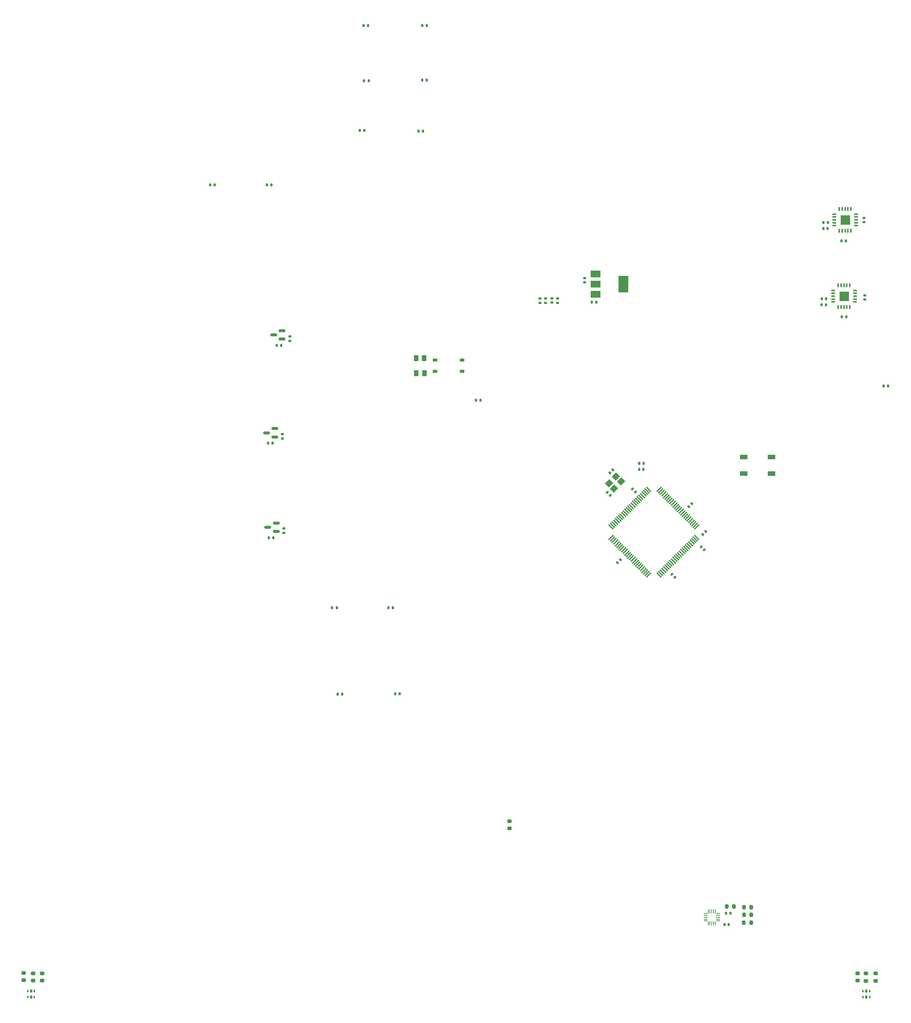
<source format=gbr>
%TF.GenerationSoftware,KiCad,Pcbnew,(6.0.0)*%
%TF.CreationDate,2022-02-01T18:10:23+03:00*%
%TF.ProjectId,Steel_form_Dish_washer,53746565-6c5f-4666-9f72-6d5f44697368,rev?*%
%TF.SameCoordinates,Original*%
%TF.FileFunction,Paste,Top*%
%TF.FilePolarity,Positive*%
%FSLAX46Y46*%
G04 Gerber Fmt 4.6, Leading zero omitted, Abs format (unit mm)*
G04 Created by KiCad (PCBNEW (6.0.0)) date 2022-02-01 18:10:23*
%MOMM*%
%LPD*%
G01*
G04 APERTURE LIST*
G04 Aperture macros list*
%AMRoundRect*
0 Rectangle with rounded corners*
0 $1 Rounding radius*
0 $2 $3 $4 $5 $6 $7 $8 $9 X,Y pos of 4 corners*
0 Add a 4 corners polygon primitive as box body*
4,1,4,$2,$3,$4,$5,$6,$7,$8,$9,$2,$3,0*
0 Add four circle primitives for the rounded corners*
1,1,$1+$1,$2,$3*
1,1,$1+$1,$4,$5*
1,1,$1+$1,$6,$7*
1,1,$1+$1,$8,$9*
0 Add four rect primitives between the rounded corners*
20,1,$1+$1,$2,$3,$4,$5,0*
20,1,$1+$1,$4,$5,$6,$7,0*
20,1,$1+$1,$6,$7,$8,$9,0*
20,1,$1+$1,$8,$9,$2,$3,0*%
%AMRotRect*
0 Rectangle, with rotation*
0 The origin of the aperture is its center*
0 $1 length*
0 $2 width*
0 $3 Rotation angle, in degrees counterclockwise*
0 Add horizontal line*
21,1,$1,$2,0,0,$3*%
%AMFreePoly0*
4,1,14,0.088284,0.450784,0.100000,0.422500,0.100000,-0.422500,0.088284,-0.450784,0.060000,-0.462500,0.036569,-0.462500,0.008285,-0.450784,-0.088284,-0.354215,-0.100000,-0.325931,-0.100000,0.422500,-0.088284,0.450784,-0.060000,0.462500,0.060000,0.462500,0.088284,0.450784,0.088284,0.450784,$1*%
%AMFreePoly1*
4,1,14,0.088284,0.450784,0.100000,0.422500,0.100000,-0.325931,0.088284,-0.354215,-0.008285,-0.450784,-0.036569,-0.462500,-0.060000,-0.462500,-0.088284,-0.450784,-0.100000,-0.422500,-0.100000,0.422500,-0.088284,0.450784,-0.060000,0.462500,0.060000,0.462500,0.088284,0.450784,0.088284,0.450784,$1*%
%AMFreePoly2*
4,1,14,0.450784,0.088284,0.462500,0.060000,0.462500,-0.060000,0.450784,-0.088284,0.422500,-0.100000,-0.422500,-0.100000,-0.450784,-0.088284,-0.462500,-0.060000,-0.462500,-0.036569,-0.450784,-0.008285,-0.354215,0.088284,-0.325931,0.100000,0.422500,0.100000,0.450784,0.088284,0.450784,0.088284,$1*%
%AMFreePoly3*
4,1,14,0.450784,0.088284,0.462500,0.060000,0.462500,-0.060000,0.450784,-0.088284,0.422500,-0.100000,-0.325931,-0.100000,-0.354215,-0.088284,-0.450784,0.008285,-0.462500,0.036569,-0.462500,0.060000,-0.450784,0.088284,-0.422500,0.100000,0.422500,0.100000,0.450784,0.088284,0.450784,0.088284,$1*%
%AMFreePoly4*
4,1,14,-0.008285,0.450784,0.088284,0.354215,0.100000,0.325931,0.100000,-0.422500,0.088284,-0.450784,0.060000,-0.462500,-0.060000,-0.462500,-0.088284,-0.450784,-0.100000,-0.422500,-0.100000,0.422500,-0.088284,0.450784,-0.060000,0.462500,-0.036569,0.462500,-0.008285,0.450784,-0.008285,0.450784,$1*%
%AMFreePoly5*
4,1,14,0.088284,0.450784,0.100000,0.422500,0.100000,-0.422500,0.088284,-0.450784,0.060000,-0.462500,-0.060000,-0.462500,-0.088284,-0.450784,-0.100000,-0.422500,-0.100000,0.325931,-0.088284,0.354215,0.008285,0.450784,0.036569,0.462500,0.060000,0.462500,0.088284,0.450784,0.088284,0.450784,$1*%
%AMFreePoly6*
4,1,14,0.450784,0.088284,0.462500,0.060000,0.462500,0.036569,0.450784,0.008285,0.354215,-0.088284,0.325931,-0.100000,-0.422500,-0.100000,-0.450784,-0.088284,-0.462500,-0.060000,-0.462500,0.060000,-0.450784,0.088284,-0.422500,0.100000,0.422500,0.100000,0.450784,0.088284,0.450784,0.088284,$1*%
%AMFreePoly7*
4,1,14,0.354215,0.088284,0.450784,-0.008285,0.462500,-0.036569,0.462500,-0.060000,0.450784,-0.088284,0.422500,-0.100000,-0.422500,-0.100000,-0.450784,-0.088284,-0.462500,-0.060000,-0.462500,0.060000,-0.450784,0.088284,-0.422500,0.100000,0.325931,0.100000,0.354215,0.088284,0.354215,0.088284,$1*%
G04 Aperture macros list end*
%ADD10C,0.010000*%
%ADD11R,0.400000X0.600000*%
%ADD12R,0.500000X0.700000*%
%ADD13R,2.200000X1.500000*%
%ADD14R,2.200000X3.800000*%
%ADD15RoundRect,0.135000X-0.135000X-0.185000X0.135000X-0.185000X0.135000X0.185000X-0.135000X0.185000X0*%
%ADD16RoundRect,0.135000X0.135000X0.185000X-0.135000X0.185000X-0.135000X-0.185000X0.135000X-0.185000X0*%
%ADD17RoundRect,0.135000X0.185000X-0.135000X0.185000X0.135000X-0.185000X0.135000X-0.185000X-0.135000X0*%
%ADD18RoundRect,0.150000X0.587500X0.150000X-0.587500X0.150000X-0.587500X-0.150000X0.587500X-0.150000X0*%
%ADD19RoundRect,0.140000X0.170000X-0.140000X0.170000X0.140000X-0.170000X0.140000X-0.170000X-0.140000X0*%
%ADD20RoundRect,0.140000X0.140000X0.170000X-0.140000X0.170000X-0.140000X-0.170000X0.140000X-0.170000X0*%
%ADD21RoundRect,0.140000X-0.219203X-0.021213X-0.021213X-0.219203X0.219203X0.021213X0.021213X0.219203X0*%
%ADD22RoundRect,0.200000X-0.275000X0.200000X-0.275000X-0.200000X0.275000X-0.200000X0.275000X0.200000X0*%
%ADD23RoundRect,0.140000X0.021213X-0.219203X0.219203X-0.021213X-0.021213X0.219203X-0.219203X0.021213X0*%
%ADD24RoundRect,0.140000X-0.140000X-0.170000X0.140000X-0.170000X0.140000X0.170000X-0.140000X0.170000X0*%
%ADD25RoundRect,0.250000X-0.262500X-0.450000X0.262500X-0.450000X0.262500X0.450000X-0.262500X0.450000X0*%
%ADD26RoundRect,0.200000X-0.200000X-0.275000X0.200000X-0.275000X0.200000X0.275000X-0.200000X0.275000X0*%
%ADD27RoundRect,0.075000X0.415425X0.521491X-0.521491X-0.415425X-0.415425X-0.521491X0.521491X0.415425X0*%
%ADD28RoundRect,0.075000X-0.415425X0.521491X-0.521491X0.415425X0.415425X-0.521491X0.521491X-0.415425X0*%
%ADD29RoundRect,0.200000X0.200000X0.275000X-0.200000X0.275000X-0.200000X-0.275000X0.200000X-0.275000X0*%
%ADD30R,1.000000X0.800000*%
%ADD31RoundRect,0.140000X-0.021213X0.219203X-0.219203X0.021213X0.021213X-0.219203X0.219203X-0.021213X0*%
%ADD32RoundRect,0.140000X0.219203X0.021213X0.021213X0.219203X-0.219203X-0.021213X-0.021213X-0.219203X0*%
%ADD33RoundRect,0.012800X0.147200X-0.407200X0.147200X0.407200X-0.147200X0.407200X-0.147200X-0.407200X0*%
%ADD34RoundRect,0.012800X0.407200X-0.147200X0.407200X0.147200X-0.407200X0.147200X-0.407200X-0.147200X0*%
%ADD35R,1.800000X1.100000*%
%ADD36RotRect,1.400000X1.200000X225.000000*%
%ADD37FreePoly0,180.000000*%
%ADD38RoundRect,0.050000X0.050000X0.412500X-0.050000X0.412500X-0.050000X-0.412500X0.050000X-0.412500X0*%
%ADD39FreePoly1,180.000000*%
%ADD40FreePoly2,180.000000*%
%ADD41RoundRect,0.050000X0.412500X0.050000X-0.412500X0.050000X-0.412500X-0.050000X0.412500X-0.050000X0*%
%ADD42FreePoly3,180.000000*%
%ADD43FreePoly4,180.000000*%
%ADD44FreePoly5,180.000000*%
%ADD45FreePoly6,180.000000*%
%ADD46FreePoly7,180.000000*%
G04 APERTURE END LIST*
D10*
%TO.C,U3*%
X247020000Y-140565000D02*
X247020000Y-138505000D01*
X247020000Y-138505000D02*
X249080000Y-138505000D01*
X249080000Y-138505000D02*
X249080000Y-140565000D01*
X249080000Y-140565000D02*
X247020000Y-140565000D01*
G36*
X249080000Y-140565000D02*
G01*
X247020000Y-140565000D01*
X247020000Y-138505000D01*
X249080000Y-138505000D01*
X249080000Y-140565000D01*
G37*
X249080000Y-140565000D02*
X247020000Y-140565000D01*
X247020000Y-138505000D01*
X249080000Y-138505000D01*
X249080000Y-140565000D01*
%TO.C,U4*%
X246770000Y-157765000D02*
X246770000Y-155705000D01*
X246770000Y-155705000D02*
X248830000Y-155705000D01*
X248830000Y-155705000D02*
X248830000Y-157765000D01*
X248830000Y-157765000D02*
X246770000Y-157765000D01*
G36*
X248830000Y-157765000D02*
G01*
X246770000Y-157765000D01*
X246770000Y-155705000D01*
X248830000Y-155705000D01*
X248830000Y-157765000D01*
G37*
X248830000Y-157765000D02*
X246770000Y-157765000D01*
X246770000Y-155705000D01*
X248830000Y-155705000D01*
X248830000Y-157765000D01*
%TD*%
D11*
%TO.C,U17*%
X64035000Y-313280000D03*
X64035000Y-314630000D03*
D12*
X64760000Y-313280000D03*
X64760000Y-314630000D03*
D11*
X65485000Y-313280000D03*
X65485000Y-314630000D03*
%TD*%
%TO.C,U16*%
X252085000Y-313280000D03*
X252085000Y-314630000D03*
D12*
X252810000Y-313280000D03*
X252810000Y-314630000D03*
D11*
X253535000Y-313280000D03*
X253535000Y-314630000D03*
%TD*%
D13*
%TO.C,U2*%
X191850000Y-156300000D03*
X191850000Y-154000000D03*
X191850000Y-151700000D03*
D14*
X198150000Y-154000000D03*
%TD*%
D15*
%TO.C,R35*%
X132540000Y-226950000D03*
X133560000Y-226950000D03*
%TD*%
%TO.C,R34*%
X133790000Y-246350000D03*
X134810000Y-246350000D03*
%TD*%
%TO.C,R33*%
X145190000Y-226950000D03*
X146210000Y-226950000D03*
%TD*%
%TO.C,R32*%
X146740000Y-246300000D03*
X147760000Y-246300000D03*
%TD*%
%TO.C,R31*%
X138740000Y-119350000D03*
X139760000Y-119350000D03*
%TD*%
%TO.C,R30*%
X139740000Y-108220000D03*
X140760000Y-108220000D03*
%TD*%
%TO.C,R29*%
X105090000Y-131700000D03*
X106110000Y-131700000D03*
%TD*%
%TO.C,R28*%
X139630000Y-95800000D03*
X140650000Y-95800000D03*
%TD*%
%TO.C,R27*%
X117890000Y-131700000D03*
X118910000Y-131700000D03*
%TD*%
%TO.C,R26*%
X151950000Y-119550000D03*
X152970000Y-119550000D03*
%TD*%
%TO.C,R25*%
X152830000Y-108070000D03*
X153850000Y-108070000D03*
%TD*%
%TO.C,R24*%
X152800000Y-95800000D03*
X153820000Y-95800000D03*
%TD*%
D16*
%TO.C,R23*%
X120067500Y-167800000D03*
X121087500Y-167800000D03*
%TD*%
%TO.C,R22*%
X118130000Y-189800000D03*
X119150000Y-189800000D03*
%TD*%
%TO.C,R21*%
X119310000Y-211190000D03*
X118290000Y-211190000D03*
%TD*%
D17*
%TO.C,R20*%
X123037500Y-165740000D03*
X123037500Y-166760000D03*
%TD*%
%TO.C,R19*%
X121350000Y-187790000D03*
X121350000Y-188810000D03*
%TD*%
%TO.C,R18*%
X121650000Y-210060000D03*
X121650000Y-209040000D03*
%TD*%
D18*
%TO.C,Q5*%
X119400000Y-165450000D03*
X121275000Y-164500000D03*
X121275000Y-166400000D03*
%TD*%
%TO.C,Q4*%
X117762500Y-187500000D03*
X119637500Y-186550000D03*
X119637500Y-188450000D03*
%TD*%
%TO.C,Q3*%
X119937500Y-209740000D03*
X119937500Y-207840000D03*
X118062500Y-208790000D03*
%TD*%
D19*
%TO.C,C21*%
X183300000Y-158230000D03*
X183300000Y-157270000D03*
%TD*%
D20*
%TO.C,C14*%
X244160000Y-140150000D03*
X243200000Y-140150000D03*
%TD*%
D19*
%TO.C,C13*%
X189400000Y-153580000D03*
X189400000Y-152620000D03*
%TD*%
D21*
%TO.C,C9*%
X209010589Y-219410589D03*
X209689411Y-220089411D03*
%TD*%
%TO.C,C3*%
X215610589Y-213210589D03*
X216289411Y-213889411D03*
%TD*%
D15*
%TO.C,R4*%
X256690000Y-177000000D03*
X257710000Y-177000000D03*
%TD*%
D22*
%TO.C,R11*%
X65200000Y-309250000D03*
X65200000Y-310900000D03*
%TD*%
D23*
%TO.C,C5*%
X216010589Y-210389411D03*
X216689411Y-209710589D03*
%TD*%
D24*
%TO.C,C22*%
X221265000Y-295750000D03*
X222225000Y-295750000D03*
%TD*%
D25*
%TO.C,R36*%
X151477500Y-174100000D03*
X153302500Y-174100000D03*
%TD*%
D26*
%TO.C,R14*%
X221375000Y-294250000D03*
X223025000Y-294250000D03*
%TD*%
D27*
%TO.C,U1*%
X214653925Y-208717767D03*
X214300372Y-208364214D03*
X213946819Y-208010660D03*
X213593265Y-207657107D03*
X213239712Y-207303553D03*
X212886158Y-206950000D03*
X212532605Y-206596447D03*
X212179052Y-206242893D03*
X211825498Y-205889340D03*
X211471945Y-205535786D03*
X211118391Y-205182233D03*
X210764838Y-204828680D03*
X210411285Y-204475126D03*
X210057731Y-204121573D03*
X209704178Y-203768020D03*
X209350625Y-203414466D03*
X208997071Y-203060913D03*
X208643518Y-202707359D03*
X208289964Y-202353806D03*
X207936411Y-202000253D03*
X207582858Y-201646699D03*
X207229304Y-201293146D03*
X206875751Y-200939592D03*
X206522197Y-200586039D03*
X206168644Y-200232486D03*
D28*
X203817514Y-200232486D03*
X203463961Y-200586039D03*
X203110407Y-200939592D03*
X202756854Y-201293146D03*
X202403300Y-201646699D03*
X202049747Y-202000253D03*
X201696194Y-202353806D03*
X201342640Y-202707359D03*
X200989087Y-203060913D03*
X200635533Y-203414466D03*
X200281980Y-203768020D03*
X199928427Y-204121573D03*
X199574873Y-204475126D03*
X199221320Y-204828680D03*
X198867767Y-205182233D03*
X198514213Y-205535786D03*
X198160660Y-205889340D03*
X197807106Y-206242893D03*
X197453553Y-206596447D03*
X197100000Y-206950000D03*
X196746446Y-207303553D03*
X196392893Y-207657107D03*
X196039339Y-208010660D03*
X195685786Y-208364214D03*
X195332233Y-208717767D03*
D27*
X195332233Y-211068897D03*
X195685786Y-211422450D03*
X196039339Y-211776004D03*
X196392893Y-212129557D03*
X196746446Y-212483111D03*
X197100000Y-212836664D03*
X197453553Y-213190217D03*
X197807106Y-213543771D03*
X198160660Y-213897324D03*
X198514213Y-214250878D03*
X198867767Y-214604431D03*
X199221320Y-214957984D03*
X199574873Y-215311538D03*
X199928427Y-215665091D03*
X200281980Y-216018644D03*
X200635533Y-216372198D03*
X200989087Y-216725751D03*
X201342640Y-217079305D03*
X201696194Y-217432858D03*
X202049747Y-217786411D03*
X202403300Y-218139965D03*
X202756854Y-218493518D03*
X203110407Y-218847072D03*
X203463961Y-219200625D03*
X203817514Y-219554178D03*
D28*
X206168644Y-219554178D03*
X206522197Y-219200625D03*
X206875751Y-218847072D03*
X207229304Y-218493518D03*
X207582858Y-218139965D03*
X207936411Y-217786411D03*
X208289964Y-217432858D03*
X208643518Y-217079305D03*
X208997071Y-216725751D03*
X209350625Y-216372198D03*
X209704178Y-216018644D03*
X210057731Y-215665091D03*
X210411285Y-215311538D03*
X210764838Y-214957984D03*
X211118391Y-214604431D03*
X211471945Y-214250878D03*
X211825498Y-213897324D03*
X212179052Y-213543771D03*
X212532605Y-213190217D03*
X212886158Y-212836664D03*
X213239712Y-212483111D03*
X213593265Y-212129557D03*
X213946819Y-211776004D03*
X214300372Y-211422450D03*
X214653925Y-211068897D03*
%TD*%
D22*
%TO.C,R12*%
X67250000Y-309275000D03*
X67250000Y-310925000D03*
%TD*%
D19*
%TO.C,C16*%
X179350000Y-158230000D03*
X179350000Y-157270000D03*
%TD*%
D29*
%TO.C,R9*%
X225275000Y-294400000D03*
X226925000Y-294400000D03*
%TD*%
D20*
%TO.C,C10*%
X191980000Y-158100000D03*
X191020000Y-158100000D03*
%TD*%
%TO.C,C4*%
X202610000Y-195750000D03*
X201650000Y-195750000D03*
%TD*%
D30*
%TO.C,D7*%
X155665000Y-171130000D03*
X155665000Y-173670000D03*
X161815000Y-173670000D03*
X161815000Y-171130000D03*
%TD*%
D22*
%TO.C,R10*%
X63100000Y-309175000D03*
X63100000Y-310825000D03*
%TD*%
D19*
%TO.C,C17*%
X180600000Y-158230000D03*
X180600000Y-157270000D03*
%TD*%
D31*
%TO.C,C1*%
X195778822Y-195845589D03*
X195100000Y-196524411D03*
%TD*%
%TO.C,C8*%
X197400000Y-216100000D03*
X196721178Y-216778822D03*
%TD*%
D32*
%TO.C,C7*%
X200800000Y-200800000D03*
X200121178Y-200121178D03*
%TD*%
D22*
%TO.C,R6*%
X250850000Y-309275000D03*
X250850000Y-310925000D03*
%TD*%
D15*
%TO.C,R1*%
X201690000Y-194400000D03*
X202710000Y-194400000D03*
%TD*%
D20*
%TO.C,C18*%
X243120000Y-141450000D03*
X244080000Y-141450000D03*
%TD*%
D23*
%TO.C,C6*%
X212860589Y-204139411D03*
X213539411Y-203460589D03*
%TD*%
D29*
%TO.C,R15*%
X226875000Y-297850000D03*
X225225000Y-297850000D03*
%TD*%
D19*
%TO.C,C20*%
X182050000Y-158200000D03*
X182050000Y-157240000D03*
%TD*%
D29*
%TO.C,R13*%
X225275000Y-296100000D03*
X226925000Y-296100000D03*
%TD*%
D24*
%TO.C,C23*%
X220870000Y-298250000D03*
X221830000Y-298250000D03*
%TD*%
D19*
%TO.C,C11*%
X252300000Y-140030000D03*
X252300000Y-139070000D03*
%TD*%
D33*
%TO.C,U3*%
X246750000Y-141970000D03*
X247400000Y-141970000D03*
X248050000Y-141970000D03*
X248700000Y-141970000D03*
X249350000Y-141970000D03*
D34*
X250485000Y-140835000D03*
X250485000Y-140185000D03*
X250485000Y-139535000D03*
X250485000Y-138885000D03*
X250485000Y-138235000D03*
D33*
X249350000Y-137100000D03*
X248700000Y-137100000D03*
X248050000Y-137100000D03*
X247400000Y-137100000D03*
X246750000Y-137100000D03*
D34*
X245615000Y-138235000D03*
X245615000Y-138885000D03*
X245615000Y-139535000D03*
X245615000Y-140185000D03*
X245615000Y-140835000D03*
%TD*%
D25*
%TO.C,R37*%
X151427500Y-170700000D03*
X153252500Y-170700000D03*
%TD*%
D35*
%TO.C,SW1*%
X231450000Y-196650000D03*
X231450000Y-192950000D03*
X225250000Y-192950000D03*
X225250000Y-196650000D03*
%TD*%
D32*
%TO.C,C2*%
X195150000Y-201574411D03*
X194471178Y-200895589D03*
%TD*%
D19*
%TO.C,C12*%
X252450000Y-157480000D03*
X252450000Y-156520000D03*
%TD*%
D22*
%TO.C,R5*%
X172500000Y-275000000D03*
X172500000Y-276650000D03*
%TD*%
D15*
%TO.C,R2*%
X248250000Y-144300000D03*
X247230000Y-144300000D03*
%TD*%
%TO.C,R3*%
X247340000Y-161400000D03*
X248360000Y-161400000D03*
%TD*%
D20*
%TO.C,C19*%
X243730000Y-158650000D03*
X242770000Y-158650000D03*
%TD*%
D33*
%TO.C,U4*%
X246500000Y-159170000D03*
X247150000Y-159170000D03*
X247800000Y-159170000D03*
X248450000Y-159170000D03*
X249100000Y-159170000D03*
D34*
X250235000Y-158035000D03*
X250235000Y-157385000D03*
X250235000Y-156735000D03*
X250235000Y-156085000D03*
X250235000Y-155435000D03*
D33*
X249100000Y-154300000D03*
X248450000Y-154300000D03*
X247800000Y-154300000D03*
X247150000Y-154300000D03*
X246500000Y-154300000D03*
D34*
X245365000Y-155435000D03*
X245365000Y-156085000D03*
X245365000Y-156735000D03*
X245365000Y-157385000D03*
X245365000Y-158035000D03*
%TD*%
D16*
%TO.C,R38*%
X165910000Y-180200000D03*
X164890000Y-180200000D03*
%TD*%
D36*
%TO.C,Y1*%
X196462132Y-197356497D03*
X194906497Y-198912132D03*
X196037868Y-200043503D03*
X197593503Y-198487868D03*
%TD*%
D22*
%TO.C,R8*%
X254900000Y-309300000D03*
X254900000Y-310950000D03*
%TD*%
D37*
%TO.C,U18*%
X218831000Y-298055500D03*
D38*
X218431000Y-298055500D03*
X218031000Y-298055500D03*
X217631000Y-298055500D03*
D39*
X217231000Y-298055500D03*
D40*
X216643500Y-297468000D03*
D41*
X216643500Y-297068000D03*
X216643500Y-296668000D03*
X216643500Y-296268000D03*
D42*
X216643500Y-295868000D03*
D43*
X217231000Y-295280500D03*
D38*
X217631000Y-295280500D03*
X218031000Y-295280500D03*
X218431000Y-295280500D03*
D44*
X218831000Y-295280500D03*
D45*
X219418500Y-295868000D03*
D41*
X219418500Y-296268000D03*
X219418500Y-296668000D03*
X219418500Y-297068000D03*
D46*
X219418500Y-297468000D03*
%TD*%
D22*
%TO.C,R7*%
X252750000Y-309325000D03*
X252750000Y-310975000D03*
%TD*%
D20*
%TO.C,C15*%
X243780000Y-157350000D03*
X242820000Y-157350000D03*
%TD*%
M02*

</source>
